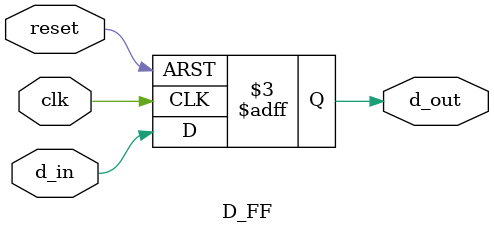
<source format=v>
`timescale 1ns / 1ps
module D_FF(
    input clk,
    input reset,
    input d_in,
    output reg d_out
);

always @(posedge clk or negedge reset) begin
    if(!reset)begin
        d_out <= 1'b0;
    end
    else begin
        d_out <= d_in;
    end
end

endmodule

</source>
